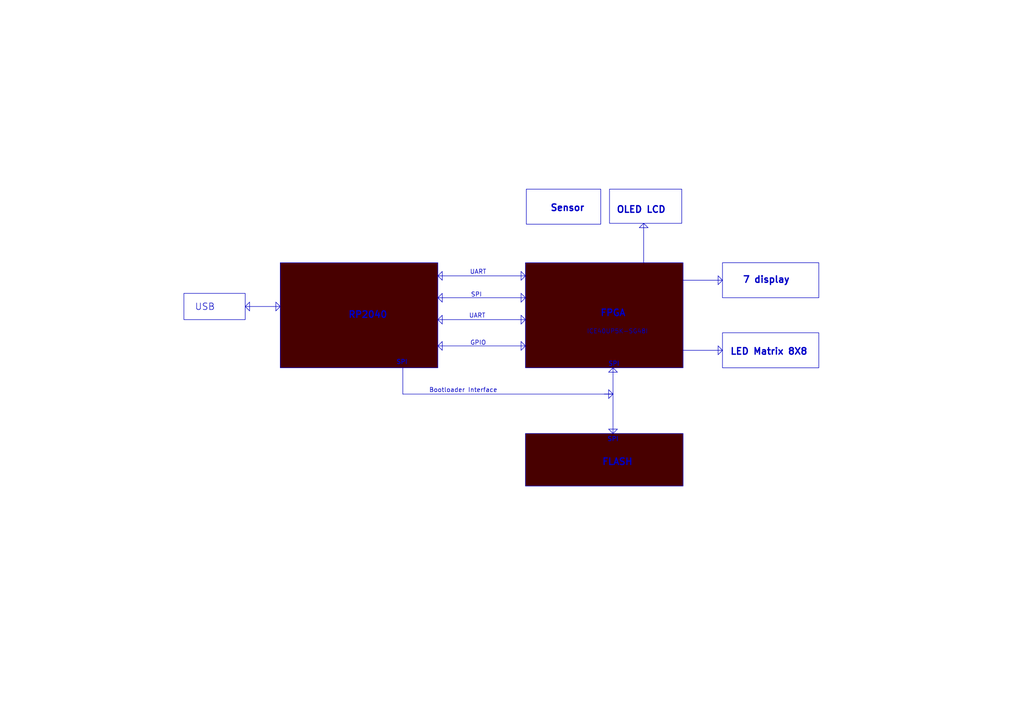
<source format=kicad_sch>
(kicad_sch
	(version 20250114)
	(generator "eeschema")
	(generator_version "9.0")
	(uuid "f9843d88-af0b-4613-8540-35f0aac6099a")
	(paper "A4")
	(lib_symbols)
	(rectangle
		(start 176.784 54.864)
		(end 197.739 64.77)
		(stroke
			(width 0)
			(type default)
		)
		(fill
			(type none)
		)
		(uuid 01dfebaa-28a0-440a-bc27-54fbc135886f)
	)
	(rectangle
		(start 152.4 125.73)
		(end 198.12 140.97)
		(stroke
			(width 0)
			(type solid)
		)
		(fill
			(type color)
			(color 72 0 0 1)
		)
		(uuid 02f178ca-2bfc-4898-8c47-a144cb328e03)
	)
	(rectangle
		(start 81.28 76.2)
		(end 127 106.68)
		(stroke
			(width 0)
			(type solid)
		)
		(fill
			(type color)
			(color 72 0 0 1)
		)
		(uuid 8c23504f-abf7-4622-a3e6-845a0b32e41d)
	)
	(rectangle
		(start 209.55 96.52)
		(end 237.49 106.68)
		(stroke
			(width 0)
			(type default)
		)
		(fill
			(type none)
		)
		(uuid 9871750a-d5d6-475a-bf3d-998cf0d6e22f)
	)
	(rectangle
		(start 53.34 85.09)
		(end 71.12 92.71)
		(stroke
			(width 0)
			(type default)
		)
		(fill
			(type none)
		)
		(uuid b892671b-ab40-4e4a-be2d-0ad5708cd017)
	)
	(rectangle
		(start 152.654 54.864)
		(end 174.244 65.024)
		(stroke
			(width 0)
			(type default)
		)
		(fill
			(type none)
		)
		(uuid dc8cfb9c-5309-4522-b667-cf2bb0c8801f)
	)
	(rectangle
		(start 209.55 76.2)
		(end 237.49 86.36)
		(stroke
			(width 0)
			(type default)
		)
		(fill
			(type none)
		)
		(uuid eb4cd57e-0ec7-4d01-9db3-831023a30c28)
	)
	(rectangle
		(start 152.4 76.2)
		(end 198.12 106.68)
		(stroke
			(width 0)
			(type solid)
		)
		(fill
			(type color)
			(color 72 0 0 1)
		)
		(uuid ef96f4fe-4901-4d6c-b769-cff664425660)
	)
	(text "LED Matrix 8X8"
		(exclude_from_sim no)
		(at 223.012 102.108 0)
		(effects
			(font
				(size 1.905 1.905)
				(thickness 0.381)
				(bold yes)
			)
		)
		(uuid "06d33908-4806-43f0-93cb-991ed64e84c0")
	)
	(text "OLED LCD "
		(exclude_from_sim no)
		(at 186.69 60.96 0)
		(effects
			(font
				(size 1.905 1.905)
				(thickness 0.381)
				(bold yes)
			)
		)
		(uuid "224309d8-9b7e-443a-8aca-b491d41be3ec")
	)
	(text "SPI"
		(exclude_from_sim no)
		(at 177.8 127.508 0)
		(effects
			(font
				(size 1.27 1.27)
				(thickness 0.254)
				(bold yes)
			)
		)
		(uuid "2dffb8a1-4db4-42b9-ae32-efb1d6de2d30")
	)
	(text "GPIO"
		(exclude_from_sim no)
		(at 138.684 99.568 0)
		(effects
			(font
				(size 1.27 1.27)
			)
		)
		(uuid "30d2c48d-6953-4bb5-97b5-9ab995df1054")
	)
	(text "USB"
		(exclude_from_sim no)
		(at 59.436 89.154 0)
		(effects
			(font
				(size 1.905 1.905)
			)
		)
		(uuid "51125f2d-ade6-4bc5-ba46-ad17887ee852")
	)
	(text "UART"
		(exclude_from_sim no)
		(at 138.43 91.694 0)
		(effects
			(font
				(size 1.27 1.27)
			)
		)
		(uuid "60898478-2d24-4220-8c42-6d28e1c14c5d")
	)
	(text "7 display"
		(exclude_from_sim no)
		(at 222.25 81.28 0)
		(effects
			(font
				(size 1.905 1.905)
				(thickness 0.381)
				(bold yes)
			)
		)
		(uuid "6a35bc45-d41c-4bc2-8431-a2d5231e9e34")
	)
	(text "UART"
		(exclude_from_sim no)
		(at 138.684 78.994 0)
		(effects
			(font
				(size 1.27 1.27)
			)
		)
		(uuid "74ada674-1a14-4601-ae5c-7217661986fa")
	)
	(text "SPI"
		(exclude_from_sim no)
		(at 178.054 105.664 0)
		(effects
			(font
				(size 1.27 1.27)
				(thickness 0.254)
				(bold yes)
			)
		)
		(uuid "811034b7-e3c9-4efe-a872-4d5310c64f16")
	)
	(text "RP2040\n"
		(exclude_from_sim no)
		(at 106.68 91.44 0)
		(effects
			(font
				(size 1.905 1.905)
				(thickness 0.381)
				(bold yes)
			)
		)
		(uuid "84fcbd02-0284-4bb1-9fea-626208e5b8b9")
	)
	(text "FLASH"
		(exclude_from_sim no)
		(at 179.07 134.112 0)
		(effects
			(font
				(size 1.905 1.905)
				(thickness 0.381)
				(bold yes)
			)
		)
		(uuid "9cf0a6d0-38fa-4c47-a0c8-e25074599722")
	)
	(text "Sensor"
		(exclude_from_sim no)
		(at 164.592 60.452 0)
		(effects
			(font
				(size 1.905 1.905)
				(thickness 0.381)
				(bold yes)
			)
		)
		(uuid "a4c29e9b-a74f-4922-bae1-99c30d169eb2")
	)
	(text "FPGA"
		(exclude_from_sim no)
		(at 177.8 90.932 0)
		(effects
			(font
				(size 1.905 1.905)
				(thickness 0.381)
				(bold yes)
			)
		)
		(uuid "cd51a504-8674-4d82-82ec-2fc93127c1f3")
	)
	(text "Bootloader Interface\n"
		(exclude_from_sim no)
		(at 134.366 113.284 0)
		(effects
			(font
				(size 1.27 1.27)
			)
		)
		(uuid "d67a4ea4-3454-4e38-96ce-65e203ab7ac2")
	)
	(text "SPI"
		(exclude_from_sim no)
		(at 138.176 85.598 0)
		(effects
			(font
				(size 1.27 1.27)
			)
		)
		(uuid "e5cc5b97-3220-4dee-a827-126db678475e")
	)
	(text "ICE40UP5K-SG48I"
		(exclude_from_sim no)
		(at 179.07 96.266 0)
		(effects
			(font
				(size 1.27 1.27)
			)
		)
		(uuid "f5dc18ec-55d0-41ac-b74c-568c68b169cc")
	)
	(text "SPI"
		(exclude_from_sim no)
		(at 116.586 105.156 0)
		(effects
			(font
				(size 1.27 1.27)
				(thickness 0.254)
				(bold yes)
			)
		)
		(uuid "f8accf8e-898f-4edf-a0a9-a315ff6c63a3")
	)
	(polyline
		(pts
			(xy 177.8 114.3) (xy 176.53 113.03)
		)
		(stroke
			(width 0)
			(type default)
		)
		(uuid "04a271b1-aef0-48ce-9068-f12526f1b365")
	)
	(polyline
		(pts
			(xy 152.4 100.33) (xy 151.13 99.06)
		)
		(stroke
			(width 0)
			(type default)
		)
		(uuid "05a9e7fd-8717-4c64-8c18-523de727d1e8")
	)
	(polyline
		(pts
			(xy 128.27 81.28) (xy 127 80.01)
		)
		(stroke
			(width 0)
			(type default)
		)
		(uuid "07b123ab-ee3f-4764-bb2c-e18d2fb7be82")
	)
	(polyline
		(pts
			(xy 127 92.71) (xy 128.27 91.44)
		)
		(stroke
			(width 0)
			(type default)
		)
		(uuid "0df634ed-55d8-4b77-90ef-cc4a4a42420d")
	)
	(polyline
		(pts
			(xy 128.27 85.09) (xy 128.27 87.63)
		)
		(stroke
			(width 0)
			(type default)
		)
		(uuid "110175ba-1cb5-459b-acde-9a1ce7c10058")
	)
	(polyline
		(pts
			(xy 151.13 91.44) (xy 151.13 93.98)
		)
		(stroke
			(width 0)
			(type default)
		)
		(uuid "11d515a8-e91a-46b0-8c1c-5f7332b1718a")
	)
	(polyline
		(pts
			(xy 127 86.36) (xy 128.27 85.09)
		)
		(stroke
			(width 0)
			(type default)
		)
		(uuid "14c62f2a-bfd1-45cc-8db3-b2c156320400")
	)
	(polyline
		(pts
			(xy 152.4 86.36) (xy 151.13 85.09)
		)
		(stroke
			(width 0)
			(type default)
		)
		(uuid "14f62395-9fc8-44bc-8199-35d518b8f02c")
	)
	(polyline
		(pts
			(xy 176.53 107.95) (xy 179.07 107.95)
		)
		(stroke
			(width 0)
			(type default)
		)
		(uuid "156bbe15-211a-4788-8c2d-f56d6e53205b")
	)
	(polyline
		(pts
			(xy 185.42 66.04) (xy 187.96 66.04)
		)
		(stroke
			(width 0)
			(type default)
		)
		(uuid "18628a69-88a8-432d-bafb-f0d8d7af5d67")
	)
	(polyline
		(pts
			(xy 176.53 124.46) (xy 177.8 125.73)
		)
		(stroke
			(width 0)
			(type default)
		)
		(uuid "1c478433-af8e-422b-8dd0-aa161f6fb689")
	)
	(polyline
		(pts
			(xy 186.69 64.77) (xy 186.69 76.2)
		)
		(stroke
			(width 0)
			(type default)
		)
		(uuid "21ffcbb2-7124-4824-99e1-73b339540afa")
	)
	(polyline
		(pts
			(xy 116.84 106.68) (xy 116.84 114.3)
		)
		(stroke
			(width 0)
			(type default)
		)
		(uuid "25c02e17-4bbf-47c8-b7c9-02c6d4bc8481")
	)
	(polyline
		(pts
			(xy 127 86.36) (xy 152.4 86.36)
		)
		(stroke
			(width 0)
			(type default)
		)
		(uuid "26a87f7b-66b6-475e-be45-16009991a3d5")
	)
	(polyline
		(pts
			(xy 198.12 81.28) (xy 209.55 81.28)
		)
		(stroke
			(width 0)
			(type default)
		)
		(uuid "28252305-3610-4e42-bf70-e4e77a1a6f9e")
	)
	(polyline
		(pts
			(xy 71.12 88.9) (xy 81.28 88.9)
		)
		(stroke
			(width 0)
			(type default)
		)
		(uuid "29da0a83-8de9-47e2-920b-1bf47ff203c9")
	)
	(polyline
		(pts
			(xy 152.4 92.71) (xy 151.13 91.44)
		)
		(stroke
			(width 0)
			(type default)
		)
		(uuid "2c438169-9187-4620-92be-24177bd118e6")
	)
	(polyline
		(pts
			(xy 176.53 115.57) (xy 177.8 114.3)
		)
		(stroke
			(width 0)
			(type default)
		)
		(uuid "2ee2e29e-d0b5-40de-a1f4-88b1d52edbae")
	)
	(polyline
		(pts
			(xy 151.13 101.6) (xy 152.4 100.33)
		)
		(stroke
			(width 0)
			(type default)
		)
		(uuid "326fbcd7-f3ae-4056-affc-bd663ace0b21")
	)
	(polyline
		(pts
			(xy 208.28 100.33) (xy 208.28 102.87)
		)
		(stroke
			(width 0)
			(type default)
		)
		(uuid "388271ad-0b03-4c17-8ac5-48bf9c414511")
	)
	(polyline
		(pts
			(xy 128.27 91.44) (xy 128.27 93.98)
		)
		(stroke
			(width 0)
			(type default)
		)
		(uuid "432ab067-9319-4c17-aeb7-b9a9a046d3bd")
	)
	(polyline
		(pts
			(xy 176.53 113.03) (xy 176.53 115.57)
		)
		(stroke
			(width 0)
			(type default)
		)
		(uuid "455ff8e6-4f88-45ee-a5e0-ac94f32cf4bb")
	)
	(polyline
		(pts
			(xy 127 100.33) (xy 152.4 100.33)
		)
		(stroke
			(width 0)
			(type default)
		)
		(uuid "4631ff6f-788c-4c19-a990-c9b474274363")
	)
	(polyline
		(pts
			(xy 179.07 107.95) (xy 177.8 106.68)
		)
		(stroke
			(width 0)
			(type default)
		)
		(uuid "4a60f931-0964-4651-85e8-463da7793033")
	)
	(polyline
		(pts
			(xy 80.01 90.17) (xy 81.28 88.9)
		)
		(stroke
			(width 0)
			(type default)
		)
		(uuid "4e9277ca-bf0b-402d-90a4-21c330b5ae05")
	)
	(polyline
		(pts
			(xy 209.55 101.6) (xy 208.28 100.33)
		)
		(stroke
			(width 0)
			(type default)
		)
		(uuid "4eda97c4-639f-44c0-9526-053eda4eeba7")
	)
	(polyline
		(pts
			(xy 128.27 99.06) (xy 128.27 101.6)
		)
		(stroke
			(width 0)
			(type default)
		)
		(uuid "50461302-da27-4804-b83d-e41dc0f24a9f")
	)
	(polyline
		(pts
			(xy 208.28 80.01) (xy 208.28 82.55)
		)
		(stroke
			(width 0)
			(type default)
		)
		(uuid "59627fe5-a515-4a07-8b81-522cce53caa2")
	)
	(polyline
		(pts
			(xy 72.39 87.63) (xy 72.39 90.17)
		)
		(stroke
			(width 0)
			(type default)
		)
		(uuid "5aafc5d9-52b2-4b0b-8399-3ed84b333e60")
	)
	(polyline
		(pts
			(xy 208.28 102.87) (xy 209.55 101.6)
		)
		(stroke
			(width 0)
			(type default)
		)
		(uuid "68d332f1-f9ac-479d-b19e-9964149ec380")
	)
	(polyline
		(pts
			(xy 151.13 87.63) (xy 152.4 86.36)
		)
		(stroke
			(width 0)
			(type default)
		)
		(uuid "759cef17-5312-4609-b510-9f5b9233d8de")
	)
	(polyline
		(pts
			(xy 80.01 87.63) (xy 80.01 90.17)
		)
		(stroke
			(width 0)
			(type default)
		)
		(uuid "7e57c9bd-90f6-4afb-85d8-97b520bb8e59")
	)
	(polyline
		(pts
			(xy 127 80.01) (xy 152.4 80.01)
		)
		(stroke
			(width 0)
			(type default)
		)
		(uuid "80602579-14ac-40fb-95d8-2e6b165e0b4a")
	)
	(polyline
		(pts
			(xy 185.42 66.04) (xy 186.69 64.77)
		)
		(stroke
			(width 0)
			(type default)
		)
		(uuid "85596e07-5426-440b-8ea4-3d200bfd21c2")
	)
	(polyline
		(pts
			(xy 81.28 88.9) (xy 80.01 87.63)
		)
		(stroke
			(width 0)
			(type default)
		)
		(uuid "879f1f64-646d-4e0a-aad7-0e540fc9b3c8")
	)
	(polyline
		(pts
			(xy 128.27 93.98) (xy 127 92.71)
		)
		(stroke
			(width 0)
			(type default)
		)
		(uuid "8b2988fe-8fe9-4f5c-97ec-7c834c80716d")
	)
	(polyline
		(pts
			(xy 128.27 101.6) (xy 127 100.33)
		)
		(stroke
			(width 0)
			(type default)
		)
		(uuid "8cfd42e4-0223-41d2-8bf7-c158480716d9")
	)
	(polyline
		(pts
			(xy 177.8 125.73) (xy 179.07 124.46)
		)
		(stroke
			(width 0)
			(type default)
		)
		(uuid "9209c72b-1ceb-4701-ad87-4b58c739f31c")
	)
	(polyline
		(pts
			(xy 198.12 101.6) (xy 209.55 101.6)
		)
		(stroke
			(width 0)
			(type default)
		)
		(uuid "aa7d71a8-9c42-4878-bf89-06f86540a76a")
	)
	(polyline
		(pts
			(xy 177.8 106.68) (xy 176.53 107.95)
		)
		(stroke
			(width 0)
			(type default)
		)
		(uuid "b9acd3d9-ab86-497a-a219-7a2d9b66d9ef")
	)
	(polyline
		(pts
			(xy 151.13 93.98) (xy 152.4 92.71)
		)
		(stroke
			(width 0)
			(type default)
		)
		(uuid "bba56ec1-294f-4e54-86d2-0f5e854a7292")
	)
	(polyline
		(pts
			(xy 209.55 81.28) (xy 208.28 80.01)
		)
		(stroke
			(width 0)
			(type default)
		)
		(uuid "bdecbfe1-e824-4d0b-8875-bfdebcb407f6")
	)
	(polyline
		(pts
			(xy 151.13 78.74) (xy 151.13 81.28)
		)
		(stroke
			(width 0)
			(type default)
		)
		(uuid "c404d435-4b27-4c5d-bec4-23a884ae047d")
	)
	(polyline
		(pts
			(xy 71.12 88.9) (xy 72.39 87.63)
		)
		(stroke
			(width 0)
			(type default)
		)
		(uuid "cdad5179-b233-4107-a0b3-2b4f45de2633")
	)
	(polyline
		(pts
			(xy 128.27 87.63) (xy 127 86.36)
		)
		(stroke
			(width 0)
			(type default)
		)
		(uuid "ce42a861-73c4-48a4-9020-cf0b9a0585cd")
	)
	(polyline
		(pts
			(xy 116.84 114.3) (xy 177.8 114.3)
		)
		(stroke
			(width 0)
			(type default)
		)
		(uuid "d85ff07f-9bac-4d64-a0b9-2d181067fe3a")
	)
	(polyline
		(pts
			(xy 151.13 85.09) (xy 151.13 87.63)
		)
		(stroke
			(width 0)
			(type default)
		)
		(uuid "d9090267-c5f8-46c7-ac39-5c42a6cf4109")
	)
	(polyline
		(pts
			(xy 128.27 78.74) (xy 128.27 81.28)
		)
		(stroke
			(width 0)
			(type default)
		)
		(uuid "d9556894-e81b-4d60-a84e-3a8346e071ff")
	)
	(polyline
		(pts
			(xy 176.53 124.46) (xy 179.07 124.46)
		)
		(stroke
			(width 0)
			(type default)
		)
		(uuid "db0f0f3a-fee5-4fbb-91c8-4ef73b210d7a")
	)
	(polyline
		(pts
			(xy 151.13 99.06) (xy 151.13 101.6)
		)
		(stroke
			(width 0)
			(type default)
		)
		(uuid "dc9a74d0-5e79-4880-9840-1161f3a17f51")
	)
	(polyline
		(pts
			(xy 175.26 114.3) (xy 177.8 114.3)
		)
		(stroke
			(width 0)
			(type default)
		)
		(uuid "dd388f2c-af53-4a0d-9fcd-7e5f3d6bd5b0")
	)
	(polyline
		(pts
			(xy 72.39 90.17) (xy 71.12 88.9)
		)
		(stroke
			(width 0)
			(type default)
		)
		(uuid "dd51ae56-55a2-4ac5-8183-dadbcf7ef0b5")
	)
	(polyline
		(pts
			(xy 128.27 78.74) (xy 127 80.01)
		)
		(stroke
			(width 0)
			(type default)
		)
		(uuid "dd85b5c0-a65b-4290-a237-136e54145ddb")
	)
	(polyline
		(pts
			(xy 177.8 106.68) (xy 177.8 125.73)
		)
		(stroke
			(width 0)
			(type default)
		)
		(uuid "e5f3caf3-9446-4bb0-8006-b7d2c1199397")
	)
	(polyline
		(pts
			(xy 151.13 81.28) (xy 152.4 80.01)
		)
		(stroke
			(width 0)
			(type default)
		)
		(uuid "e67368ba-5a7a-4c18-9170-6063412b758c")
	)
	(polyline
		(pts
			(xy 186.69 64.77) (xy 187.96 66.04)
		)
		(stroke
			(width 0)
			(type default)
		)
		(uuid "e6cc26c5-6ecf-4a90-b26b-a055a92a9a4b")
	)
	(polyline
		(pts
			(xy 152.4 80.01) (xy 151.13 78.74)
		)
		(stroke
			(width 0)
			(type default)
		)
		(uuid "efe9c2b3-5f28-48da-baf4-c6e94d31bed4")
	)
	(polyline
		(pts
			(xy 208.28 82.55) (xy 209.55 81.28)
		)
		(stroke
			(width 0)
			(type default)
		)
		(uuid "f8b57a14-fa1b-4133-99fb-76612d763696")
	)
	(polyline
		(pts
			(xy 127 92.71) (xy 152.4 92.71)
		)
		(stroke
			(width 0)
			(type default)
		)
		(uuid "fbd8dea9-311d-45da-b249-fd81b8d612af")
	)
	(polyline
		(pts
			(xy 127 100.33) (xy 128.27 99.06)
		)
		(stroke
			(width 0)
			(type default)
		)
		(uuid "ffb6d775-b8f9-4d33-a331-52f75ce42b40")
	)
)

</source>
